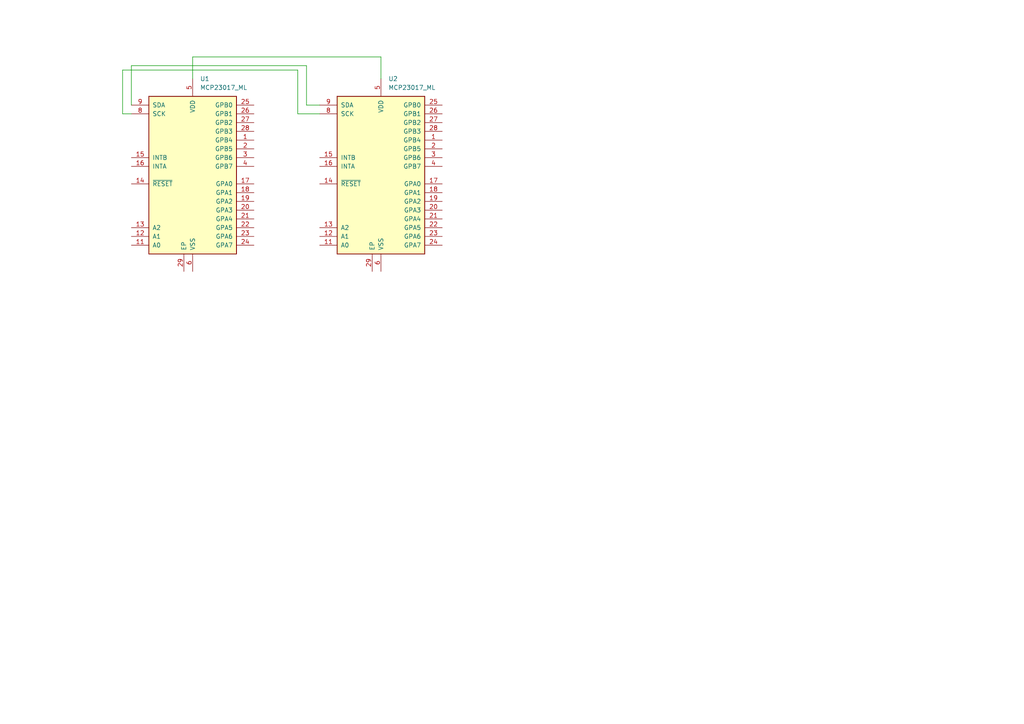
<source format=kicad_sch>
(kicad_sch (version 20250114) (generator "eeschema") (generator_version "9.0")
  (paper "A4")
  (lib_symbols
    (symbol "Interface_Expansion:MCP23017_ML" (pin_names (offset 1.016))
      (property "Reference" "U" (at -11.43 24.13 0))
      (property "Value" "MCP23017_ML" (at 0 0 0))
      (symbol "MCP23017_ML_0_1"
        (rectangle (start -12.7 22.86) (end 12.7 -22.86) (stroke (width 0.254)) (fill (type background)))
      )
      (symbol "MCP23017_ML_1_1"
        (pin bidirectional line (at -17.78 20.32 0) (length 5.08) (name "SDA") (number "9"))
        (pin input line (at -17.78 17.78 0) (length 5.08) (name "SCK") (number "8"))
        (pin tri_state line (at -17.78 5.08 0) (length 5.08) (name "INTB") (number "15"))
        (pin tri_state line (at -17.78 2.54 0) (length 5.08) (name "INTA") (number "16"))
        (pin input line (at -17.78 -2.54 0) (length 5.08) (name "~{RESET}") (number "14"))
        (pin input line (at -17.78 -15.24 0) (length 5.08) (name "A2") (number "13"))
        (pin input line (at -17.78 -17.78 0) (length 5.08) (name "A1") (number "12"))
        (pin input line (at -17.78 -20.32 0) (length 5.08) (name "A0") (number "11"))
        (pin no_connect line (at -12.7 15.24 0) (length 5.08) (hide yes) (name "NC") (number "7"))
        (pin no_connect line (at -12.7 12.7 0) (length 5.08) (hide yes) (name "NC") (number "10"))
        (pin passive line (at -2.54 -27.94 90) (length 5.08) (name "EP") (number "29"))
        (pin power_in line (at 0 27.94 270) (length 5.08) (name "VDD") (number "5"))
        (pin power_in line (at 0 -27.94 90) (length 5.08) (name "VSS") (number "6"))
        (pin bidirectional line (at 17.78 20.32 180) (length 5.08) (name "GPB0") (number "25"))
        (pin bidirectional line (at 17.78 17.78 180) (length 5.08) (name "GPB1") (number "26"))
        (pin bidirectional line (at 17.78 15.24 180) (length 5.08) (name "GPB2") (number "27"))
        (pin bidirectional line (at 17.78 12.7 180) (length 5.08) (name "GPB3") (number "28"))
        (pin bidirectional line (at 17.78 10.16 180) (length 5.08) (name "GPB4") (number "1"))
        (pin bidirectional line (at 17.78 7.62 180) (length 5.08) (name "GPB5") (number "2"))
        (pin bidirectional line (at 17.78 5.08 180) (length 5.08) (name "GPB6") (number "3"))
        (pin output line (at 17.78 2.54 180) (length 5.08) (name "GPB7") (number "4"))
        (pin bidirectional line (at 17.78 -2.54 180) (length 5.08) (name "GPA0") (number "17"))
        (pin bidirectional line (at 17.78 -5.08 180) (length 5.08) (name "GPA1") (number "18"))
        (pin bidirectional line (at 17.78 -7.62 180) (length 5.08) (name "GPA2") (number "19"))
        (pin bidirectional line (at 17.78 -10.16 180) (length 5.08) (name "GPA3") (number "20"))
        (pin bidirectional line (at 17.78 -12.7 180) (length 5.08) (name "GPA4") (number "21"))
        (pin bidirectional line (at 17.78 -15.24 180) (length 5.08) (name "GPA5") (number "22"))
        (pin bidirectional line (at 17.78 -17.78 180) (length 5.08) (name "GPA6") (number "23"))
        (pin output line (at 17.78 -20.32 180) (length 5.08) (name "GPA7") (number "24"))
      )
    )
  )
  (wire (pts (xy 88.9 30.48) (xy 92.71 30.48)))
  (wire (pts (xy 86.36 20.32) (xy 35.56 20.32)))
  (wire (pts (xy 110.49 16.51) (xy 110.49 22.86)))
  (wire (pts (xy 35.56 20.32) (xy 35.56 33.02)))
  (wire (pts (xy 55.88 16.51) (xy 110.49 16.51)))
  (wire (pts (xy 86.36 33.02) (xy 86.36 20.32)))
  (wire (pts (xy 55.88 22.86) (xy 55.88 16.51)))
  (wire (pts (xy 35.56 33.02) (xy 38.1 33.02)))
  (wire (pts (xy 38.1 30.48) (xy 38.1 19.05)))
  (wire (pts (xy 88.9 19.05) (xy 88.9 30.48)))
  (wire (pts (xy 92.71 33.02) (xy 86.36 33.02)))
  (wire (pts (xy 38.1 19.05) (xy 88.9 19.05)))
  (symbol (lib_id "Interface_Expansion:MCP23017_ML") (at 110.49 50.8 0) (unit 1)
    (property "Reference" "U2" (at 112.6333 22.86 0) (effects (justify left)))
    (property "Value" "MCP23017_ML" (at 112.6333 25.4 0) (effects (justify left)))
    (property "Footprint" "Package_DFN_QFN:QFN-28-1EP_6x6mm_P0.65mm_EP4.25x4.25mm" (effects (hide yes)))
    (property "Datasheet" "https://ww1.microchip.com/downloads/aemDocuments/documents/APID/ProductDocuments/DataSheets/MCP23017-Data-Sheet-DS20001952.pdf" (effects (hide yes)))
    (property "Description" "16-bit I/O expander, I2C, interrupts, w pull-ups, GPA/B7 output only (https://microchip.my.site.com/s/article/GPA7---GPB7-Cannot-Be-Used-as-Inputs-In-MCP23017), QFN-28" (effects (hide yes)))
  )
  (symbol (lib_id "Interface_Expansion:MCP23017_ML") (at 55.88 50.8 0) (unit 1)
    (property "Reference" "U1" (at 58.0233 22.86 0) (effects (justify left)))
    (property "Value" "MCP23017_ML" (at 58.0233 25.4 0) (effects (justify left)))
    (property "Footprint" "Package_DFN_QFN:QFN-28-1EP_6x6mm_P0.65mm_EP4.25x4.25mm" (effects (hide yes)))
    (property "Datasheet" "https://ww1.microchip.com/downloads/aemDocuments/documents/APID/ProductDocuments/DataSheets/MCP23017-Data-Sheet-DS20001952.pdf" (effects (hide yes)))
    (property "Description" "16-bit I/O expander, I2C, interrupts, w pull-ups, GPA/B7 output only (https://microchip.my.site.com/s/article/GPA7---GPB7-Cannot-Be-Used-as-Inputs-In-MCP23017), QFN-28" (effects (hide yes)))
  )
)
</source>
